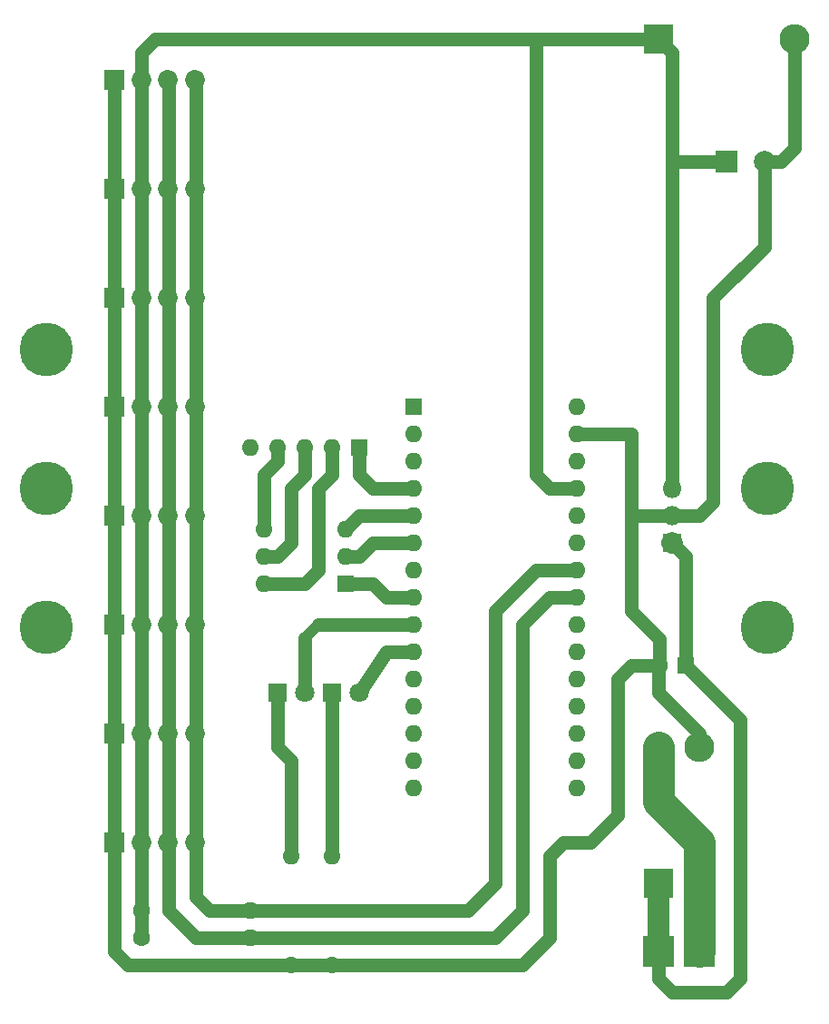
<source format=gbl>
G04 #@! TF.FileFunction,Copper,L2,Bot,Signal*
%FSLAX46Y46*%
G04 Gerber Fmt 4.6, Leading zero omitted, Abs format (unit mm)*
G04 Created by KiCad (PCBNEW 4.0.7) date 03/08/18 20:01:15*
%MOMM*%
%LPD*%
G01*
G04 APERTURE LIST*
%ADD10C,0.200000*%
%ADD11R,1.600000X1.600000*%
%ADD12O,1.600000X1.600000*%
%ADD13R,1.800000X1.800000*%
%ADD14O,1.800000X1.800000*%
%ADD15R,3.000000X3.000000*%
%ADD16R,2.800000X2.800000*%
%ADD17O,2.800000X2.800000*%
%ADD18R,2.000000X2.000000*%
%ADD19C,2.000000*%
%ADD20C,1.800000*%
%ADD21C,1.600000*%
%ADD22R,1.850000X1.850000*%
%ADD23C,1.850000*%
%ADD24C,5.000000*%
%ADD25C,1.300000*%
%ADD26C,2.000000*%
%ADD27C,1.000000*%
%ADD28C,3.000000*%
G04 APERTURE END LIST*
D10*
D11*
X168910000Y-109220000D03*
D12*
X184150000Y-142240000D03*
X168910000Y-111760000D03*
X184150000Y-139700000D03*
X168910000Y-114300000D03*
X184150000Y-137160000D03*
X168910000Y-116840000D03*
X184150000Y-134620000D03*
X168910000Y-119380000D03*
X184150000Y-132080000D03*
X168910000Y-121920000D03*
X184150000Y-129540000D03*
X168910000Y-124460000D03*
X184150000Y-127000000D03*
X168910000Y-127000000D03*
X184150000Y-124460000D03*
X168910000Y-129540000D03*
X184150000Y-121920000D03*
X168910000Y-132080000D03*
X184150000Y-119380000D03*
X168910000Y-134620000D03*
X184150000Y-116840000D03*
X168910000Y-137160000D03*
X184150000Y-114300000D03*
X168910000Y-139700000D03*
X184150000Y-111760000D03*
X168910000Y-142240000D03*
X184150000Y-109220000D03*
X168910000Y-144780000D03*
X184150000Y-144780000D03*
D13*
X193040000Y-121920000D03*
D14*
X193040000Y-119380000D03*
X193040000Y-116840000D03*
D15*
X191770000Y-160020000D03*
X195580000Y-160020000D03*
D16*
X195580000Y-153670000D03*
D17*
X195580000Y-140970000D03*
D18*
X198120000Y-86360000D03*
D19*
X201620000Y-86360000D03*
D11*
X163830000Y-113030000D03*
D12*
X161290000Y-113030000D03*
X158750000Y-113030000D03*
X156210000Y-113030000D03*
X153670000Y-113030000D03*
D13*
X156210000Y-135890000D03*
D20*
X158750000Y-135890000D03*
D13*
X161290000Y-135890000D03*
D20*
X163830000Y-135890000D03*
D21*
X157480000Y-161290000D03*
D12*
X157480000Y-151130000D03*
D21*
X161290000Y-161290000D03*
D12*
X161290000Y-151130000D03*
D11*
X194310000Y-133350000D03*
D21*
X191810000Y-133350000D03*
X143510000Y-158750000D03*
D12*
X153670000Y-158750000D03*
D21*
X143510000Y-156210000D03*
D12*
X153670000Y-156210000D03*
D16*
X191770000Y-153670000D03*
D17*
X191770000Y-140970000D03*
D16*
X191770000Y-74930000D03*
D17*
X204470000Y-74930000D03*
D11*
X162560000Y-125730000D03*
D12*
X154940000Y-120650000D03*
X162560000Y-123190000D03*
X154940000Y-123190000D03*
X162560000Y-120650000D03*
X154940000Y-125730000D03*
D22*
X140970000Y-78740000D03*
D23*
X143470000Y-78740000D03*
X145970000Y-78740000D03*
X148470000Y-78740000D03*
D22*
X140970000Y-88900000D03*
D23*
X143470000Y-88900000D03*
X145970000Y-88900000D03*
X148470000Y-88900000D03*
D22*
X140970000Y-99060000D03*
D23*
X143470000Y-99060000D03*
X145970000Y-99060000D03*
X148470000Y-99060000D03*
D22*
X140970000Y-109220000D03*
D23*
X143470000Y-109220000D03*
X145970000Y-109220000D03*
X148470000Y-109220000D03*
D22*
X140970000Y-119380000D03*
D23*
X143470000Y-119380000D03*
X145970000Y-119380000D03*
X148470000Y-119380000D03*
D22*
X140970000Y-129540000D03*
D23*
X143470000Y-129540000D03*
X145970000Y-129540000D03*
X148470000Y-129540000D03*
D22*
X140970000Y-149860000D03*
D23*
X143470000Y-149860000D03*
X145970000Y-149860000D03*
X148470000Y-149860000D03*
D22*
X140970000Y-139700000D03*
D23*
X143470000Y-139700000D03*
X145970000Y-139700000D03*
X148470000Y-139700000D03*
D24*
X134620000Y-116840000D03*
X134620000Y-103886000D03*
X134620000Y-129794000D03*
X201930000Y-116840000D03*
X201930000Y-103886000D03*
X201930000Y-129794000D03*
D25*
X193040000Y-119380000D02*
X195580000Y-119380000D01*
X201620000Y-94290000D02*
X201620000Y-86360000D01*
X196850000Y-99060000D02*
X201620000Y-94290000D01*
X196850000Y-118110000D02*
X196850000Y-99060000D01*
X195580000Y-119380000D02*
X196850000Y-118110000D01*
X201620000Y-86360000D02*
X203200000Y-86360000D01*
X203200000Y-86360000D02*
X204470000Y-85090000D01*
X204470000Y-85090000D02*
X204470000Y-74930000D01*
X189230000Y-119380000D02*
X193040000Y-119380000D01*
X191810000Y-133350000D02*
X191810000Y-130850000D01*
X189230000Y-111760000D02*
X184150000Y-111760000D01*
X189230000Y-128270000D02*
X189230000Y-119380000D01*
X189230000Y-119380000D02*
X189230000Y-111760000D01*
X191810000Y-130850000D02*
X189230000Y-128270000D01*
X187960000Y-134620000D02*
X189230000Y-133350000D01*
X191810000Y-133350000D02*
X189230000Y-133350000D01*
X195580000Y-140970000D02*
X195580000Y-139700000D01*
X195580000Y-139700000D02*
X191770000Y-135890000D01*
X191770000Y-135890000D02*
X191770000Y-133390000D01*
X191770000Y-133390000D02*
X191810000Y-133350000D01*
X161290000Y-161290000D02*
X162560000Y-161290000D01*
X157480000Y-161290000D02*
X154940000Y-161290000D01*
X187960000Y-134620000D02*
X187960000Y-147320000D01*
X187960000Y-147320000D02*
X185420000Y-149860000D01*
X185420000Y-149860000D02*
X182880000Y-149860000D01*
X182880000Y-149860000D02*
X181610000Y-151130000D01*
X181610000Y-151130000D02*
X181610000Y-158750000D01*
X181610000Y-158750000D02*
X179070000Y-161290000D01*
X179070000Y-161290000D02*
X162560000Y-161290000D01*
X140970000Y-160020000D02*
X140970000Y-149860000D01*
X142240000Y-161290000D02*
X140970000Y-160020000D01*
X162560000Y-161290000D02*
X154940000Y-161290000D01*
X154940000Y-161290000D02*
X142240000Y-161290000D01*
X140970000Y-139700000D02*
X140970000Y-149860000D01*
X140970000Y-129540000D02*
X140970000Y-139700000D01*
X140970000Y-119380000D02*
X140970000Y-129540000D01*
X140970000Y-109220000D02*
X140970000Y-119380000D01*
X140970000Y-99060000D02*
X140970000Y-109220000D01*
X140970000Y-88900000D02*
X140970000Y-99060000D01*
X140970000Y-78740000D02*
X140970000Y-88900000D01*
X163830000Y-113030000D02*
X163830000Y-115570000D01*
X165100000Y-116840000D02*
X168910000Y-116840000D01*
X163830000Y-115570000D02*
X165100000Y-116840000D01*
X194310000Y-86360000D02*
X193040000Y-86360000D01*
X193040000Y-88900000D02*
X193040000Y-86360000D01*
X193040000Y-86360000D02*
X193040000Y-76200000D01*
X193040000Y-76200000D02*
X191770000Y-74930000D01*
X198120000Y-86360000D02*
X194310000Y-86360000D01*
X193040000Y-88900000D02*
X193040000Y-116840000D01*
X180340000Y-80010000D02*
X180340000Y-74930000D01*
X175260000Y-74930000D02*
X180340000Y-74930000D01*
X180340000Y-74930000D02*
X191770000Y-74930000D01*
X191770000Y-74930000D02*
X191770000Y-74930000D01*
X198120000Y-86670000D02*
X198430000Y-86360000D01*
X198120000Y-86670000D02*
X198430000Y-86360000D01*
X198120000Y-86670000D02*
X198430000Y-86360000D01*
X143510000Y-129540000D02*
X143510000Y-119380000D01*
X143510000Y-149860000D02*
X143510000Y-147320000D01*
X143510000Y-139700000D02*
X143510000Y-144780000D01*
X143510000Y-119380000D02*
X143510000Y-116840000D01*
X143510000Y-109220000D02*
X143510000Y-113030000D01*
X143510000Y-99060000D02*
X143510000Y-96520000D01*
X143510000Y-88900000D02*
X143510000Y-92710000D01*
X180340000Y-81280000D02*
X180340000Y-80010000D01*
X180340000Y-88900000D02*
X180340000Y-81280000D01*
X180340000Y-115570000D02*
X180340000Y-88900000D01*
X181610000Y-116840000D02*
X180340000Y-115570000D01*
X184150000Y-116840000D02*
X181610000Y-116840000D01*
X143510000Y-78740000D02*
X143510000Y-76200000D01*
X144780000Y-74930000D02*
X175260000Y-74930000D01*
X143510000Y-76200000D02*
X144780000Y-74930000D01*
X143510000Y-88900000D02*
X143510000Y-78740000D01*
X143510000Y-135890000D02*
X143510000Y-144780000D01*
X143510000Y-144780000D02*
X143510000Y-146050000D01*
X143510000Y-147320000D02*
X143510000Y-146050000D01*
X143510000Y-92710000D02*
X143510000Y-96520000D01*
X143510000Y-96520000D02*
X143510000Y-106680000D01*
X143510000Y-106680000D02*
X143510000Y-113030000D01*
X143510000Y-113030000D02*
X143510000Y-116840000D01*
X143510000Y-116840000D02*
X143510000Y-125730000D01*
X143510000Y-125730000D02*
X143510000Y-135890000D01*
X143510000Y-87630000D02*
X143510000Y-92710000D01*
X143510000Y-149860000D02*
X143510000Y-149860000D01*
X143510000Y-156210000D02*
X143510000Y-158750000D01*
X143510000Y-149860000D02*
X143510000Y-156210000D01*
X146050000Y-78740000D02*
X146050000Y-88900000D01*
X146050000Y-88900000D02*
X146050000Y-99060000D01*
X146050000Y-99060000D02*
X146050000Y-109220000D01*
X146050000Y-109220000D02*
X146050000Y-119380000D01*
X146050000Y-129540000D02*
X146050000Y-119380000D01*
X146050000Y-139700000D02*
X146050000Y-129540000D01*
X146050000Y-149860000D02*
X146050000Y-139700000D01*
X153670000Y-158750000D02*
X148590000Y-158750000D01*
X146050000Y-156210000D02*
X146050000Y-149860000D01*
X148590000Y-158750000D02*
X146050000Y-156210000D01*
X153670000Y-158750000D02*
X156210000Y-158750000D01*
X184150000Y-127000000D02*
X181610000Y-127000000D01*
X176530000Y-158750000D02*
X156210000Y-158750000D01*
X179070000Y-156210000D02*
X176530000Y-158750000D01*
X179070000Y-129540000D02*
X179070000Y-156210000D01*
X181610000Y-127000000D02*
X179070000Y-129540000D01*
X148590000Y-78740000D02*
X148590000Y-88900000D01*
X148590000Y-88900000D02*
X148590000Y-99060000D01*
X148590000Y-129540000D02*
X148590000Y-123190000D01*
X148590000Y-123190000D02*
X148590000Y-119380000D01*
X148590000Y-119380000D02*
X148590000Y-109220000D01*
X148590000Y-99060000D02*
X148590000Y-109220000D01*
X148590000Y-129540000D02*
X148590000Y-139700000D01*
X148590000Y-149860000D02*
X148590000Y-139700000D01*
X153670000Y-156210000D02*
X149860000Y-156210000D01*
X148590000Y-154940000D02*
X148590000Y-149860000D01*
X149860000Y-156210000D02*
X148590000Y-154940000D01*
X153670000Y-156210000D02*
X156210000Y-156210000D01*
X184150000Y-124460000D02*
X180340000Y-124460000D01*
X173990000Y-156210000D02*
X156210000Y-156210000D01*
X176530000Y-153670000D02*
X173990000Y-156210000D01*
X176530000Y-128270000D02*
X176530000Y-153670000D01*
X180340000Y-124460000D02*
X176530000Y-128270000D01*
X191770000Y-162560000D02*
X193040000Y-163830000D01*
X198120000Y-163830000D02*
X199390000Y-162560000D01*
X196850000Y-135890000D02*
X194310000Y-133350000D01*
X194310000Y-133350000D02*
X194310000Y-123190000D01*
X194310000Y-123190000D02*
X193040000Y-121920000D01*
X198120000Y-137160000D02*
X199390000Y-138430000D01*
X191770000Y-160020000D02*
X191770000Y-162560000D01*
X193040000Y-163830000D02*
X198120000Y-163830000D01*
X199390000Y-162560000D02*
X199390000Y-138430000D01*
X198120000Y-137160000D02*
X196850000Y-135890000D01*
D26*
X191770000Y-160020000D02*
X191770000Y-153670000D01*
X191770000Y-160020000D02*
X191770000Y-158750000D01*
X193040000Y-121920000D02*
X193040000Y-121920000D01*
D25*
X154940000Y-125730000D02*
X158750000Y-125730000D01*
X161290000Y-115570000D02*
X161290000Y-113030000D01*
X160020000Y-116840000D02*
X161290000Y-115570000D01*
X160020000Y-124460000D02*
X160020000Y-116840000D01*
X158750000Y-125730000D02*
X160020000Y-124460000D01*
X157480000Y-121920000D02*
X156210000Y-123190000D01*
X157480000Y-116840000D02*
X158750000Y-115570000D01*
X157480000Y-121920000D02*
X157480000Y-116840000D01*
X158750000Y-115570000D02*
X158750000Y-113030000D01*
X154940000Y-123190000D02*
X156210000Y-123190000D01*
X154940000Y-115570000D02*
X156210000Y-114300000D01*
X154940000Y-120650000D02*
X154940000Y-115570000D01*
X156210000Y-114300000D02*
X156210000Y-113030000D01*
X154940000Y-120650000D02*
X154940000Y-120650000D01*
X168910000Y-119380000D02*
X163830000Y-119380000D01*
X163830000Y-119380000D02*
X162560000Y-120650000D01*
X168910000Y-121920000D02*
X165100000Y-121920000D01*
X163830000Y-123190000D02*
X162560000Y-123190000D01*
X165100000Y-121920000D02*
X163830000Y-123190000D01*
X168910000Y-127000000D02*
X166370000Y-127000000D01*
X165100000Y-125730000D02*
X162560000Y-125730000D01*
X166370000Y-127000000D02*
X165100000Y-125730000D01*
X157480000Y-151130000D02*
X157480000Y-142240000D01*
X156210000Y-140970000D02*
X156210000Y-135890000D01*
X157480000Y-142240000D02*
X156210000Y-140970000D01*
X158750000Y-135890000D02*
X158750000Y-130810000D01*
X160020000Y-129540000D02*
X168910000Y-129540000D01*
D27*
X158750000Y-130810000D02*
X160020000Y-129540000D01*
D25*
X161290000Y-135890000D02*
X161290000Y-151130000D01*
X168910000Y-132080000D02*
X166370000Y-132080000D01*
X166370000Y-132080000D02*
X163830000Y-135890000D01*
D28*
X195580000Y-153670000D02*
X195580000Y-149860000D01*
X191770000Y-146050000D02*
X191770000Y-140970000D01*
X195580000Y-149860000D02*
X191770000Y-146050000D01*
X195580000Y-160020000D02*
X195580000Y-153670000D01*
M02*

</source>
